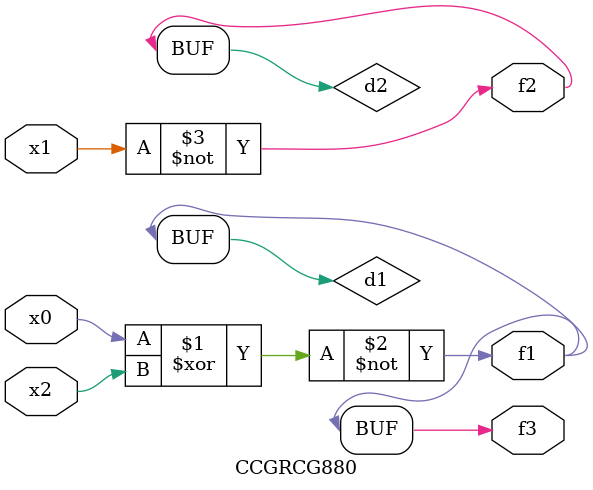
<source format=v>
module CCGRCG880(
	input x0, x1, x2,
	output f1, f2, f3
);

	wire d1, d2, d3;

	xnor (d1, x0, x2);
	nand (d2, x1);
	nor (d3, x1, x2);
	assign f1 = d1;
	assign f2 = d2;
	assign f3 = d1;
endmodule

</source>
